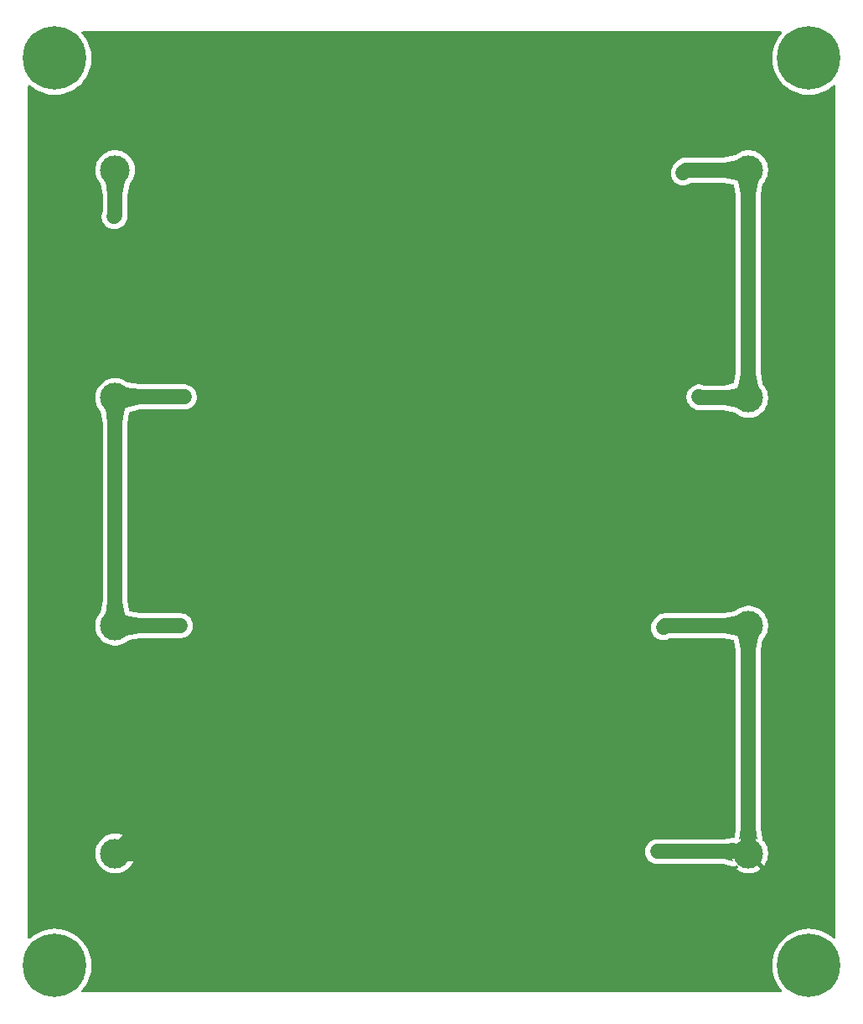
<source format=gbr>
%TF.GenerationSoftware,KiCad,Pcbnew,9.0.0-rc3*%
%TF.CreationDate,2025-06-30T09:22:31-05:00*%
%TF.ProjectId,pv_panel,70765f70-616e-4656-9c2e-6b696361645f,rev?*%
%TF.SameCoordinates,Original*%
%TF.FileFunction,Copper,L1,Top*%
%TF.FilePolarity,Positive*%
%FSLAX46Y46*%
G04 Gerber Fmt 4.6, Leading zero omitted, Abs format (unit mm)*
G04 Created by KiCad (PCBNEW 9.0.0-rc3) date 2025-06-30 09:22:31*
%MOMM*%
%LPD*%
G01*
G04 APERTURE LIST*
%TA.AperFunction,SMDPad,CuDef*%
%ADD10C,3.000000*%
%TD*%
%TA.AperFunction,ComponentPad*%
%ADD11C,0.800000*%
%TD*%
%TA.AperFunction,ComponentPad*%
%ADD12C,6.400000*%
%TD*%
%TA.AperFunction,ViaPad*%
%ADD13C,1.500000*%
%TD*%
%TA.AperFunction,Conductor*%
%ADD14C,1.500000*%
%TD*%
G04 APERTURE END LIST*
D10*
%TO.P,PV1,2,-*%
%TO.N,Net-(PV1--)*%
X178600000Y-53400000D03*
%TO.P,PV1,1,+*%
%TO.N,Net-(PV1-+)*%
X114600000Y-53400000D03*
%TD*%
%TO.P,PV4,2,-*%
%TO.N,GND*%
X178600000Y-122400000D03*
%TO.P,PV4,1,+*%
%TO.N,Net-(PV3--)*%
X114600000Y-122400000D03*
%TD*%
%TO.P,PV3,1,+*%
%TO.N,Net-(PV3-+)*%
X114600000Y-99400000D03*
%TO.P,PV3,2,-*%
%TO.N,Net-(PV3--)*%
X178600000Y-99400000D03*
%TD*%
D11*
%TO.P,H1,1*%
%TO.N,N/C*%
X106100000Y-42100000D03*
X106802944Y-40402944D03*
X106802944Y-43797056D03*
X108500000Y-39700000D03*
D12*
X108500000Y-42100000D03*
D11*
X108500000Y-44500000D03*
X110197056Y-40402944D03*
X110197056Y-43797056D03*
X110900000Y-42100000D03*
%TD*%
D10*
%TO.P,VP2,1,+*%
%TO.N,Net-(PV1--)*%
X178600000Y-76400000D03*
%TO.P,VP2,2,-*%
%TO.N,Net-(PV3-+)*%
X114600000Y-76400000D03*
%TD*%
D11*
%TO.P,H4,1*%
%TO.N,N/C*%
X182300000Y-133700000D03*
X183002944Y-132002944D03*
X183002944Y-135397056D03*
X184700000Y-131300000D03*
D12*
X184700000Y-133700000D03*
D11*
X184700000Y-136100000D03*
X186397056Y-132002944D03*
X186397056Y-135397056D03*
X187100000Y-133700000D03*
%TD*%
%TO.P,H3,1*%
%TO.N,N/C*%
X106100000Y-133700000D03*
X106802944Y-132002944D03*
X106802944Y-135397056D03*
X108500000Y-131300000D03*
D12*
X108500000Y-133700000D03*
D11*
X108500000Y-136100000D03*
X110197056Y-132002944D03*
X110197056Y-135397056D03*
X110900000Y-133700000D03*
%TD*%
%TO.P,H2,1*%
%TO.N,N/C*%
X182300000Y-42100000D03*
X183002944Y-40402944D03*
X183002944Y-43797056D03*
X184700000Y-39700000D03*
D12*
X184700000Y-42100000D03*
D11*
X184700000Y-44500000D03*
X186397056Y-40402944D03*
X186397056Y-43797056D03*
X187100000Y-42100000D03*
%TD*%
D13*
%TO.N,GND*%
X154400000Y-57300000D03*
X122100000Y-122300000D03*
%TO.N,Net-(PV1-+)*%
X114500000Y-58100000D03*
%TO.N,Net-(PV3-+)*%
X121200000Y-99400000D03*
X121600000Y-76300000D03*
%TO.N,Net-(PV3--)*%
X170000000Y-99600000D03*
X169400000Y-122200000D03*
%TO.N,Net-(PV1--)*%
X172000000Y-53700000D03*
X173600000Y-76300000D03*
%TD*%
D14*
%TO.N,Net-(PV3--)*%
X178600000Y-99400000D02*
X178600000Y-122400000D01*
%TO.N,Net-(PV3-+)*%
X114600000Y-76400000D02*
X114600000Y-99400000D01*
%TO.N,Net-(PV1--)*%
X178600000Y-53400000D02*
X178600000Y-76400000D01*
%TO.N,GND*%
X154500000Y-57400000D02*
X154400000Y-57300000D01*
X114600000Y-122400000D02*
X122000000Y-122400000D01*
X122000000Y-122400000D02*
X122100000Y-122300000D01*
X154500000Y-82500000D02*
X154500000Y-57500000D01*
X114600000Y-122400000D02*
X154500000Y-82500000D01*
X154500000Y-57500000D02*
X154500000Y-57400000D01*
%TO.N,Net-(PV1-+)*%
X114600000Y-58000000D02*
X114500000Y-58100000D01*
X114600000Y-53400000D02*
X114600000Y-58000000D01*
%TO.N,Net-(PV3-+)*%
X114600000Y-99400000D02*
X121200000Y-99400000D01*
X121600000Y-76300000D02*
X114700000Y-76300000D01*
X114700000Y-76300000D02*
X114600000Y-76400000D01*
X114700000Y-99300000D02*
X114600000Y-99400000D01*
%TO.N,Net-(PV3--)*%
X178600000Y-99400000D02*
X170200000Y-99400000D01*
X169400000Y-122200000D02*
X178400000Y-122200000D01*
X178700000Y-122300000D02*
X178600000Y-122400000D01*
X170200000Y-99400000D02*
X170000000Y-99600000D01*
X178400000Y-122200000D02*
X178600000Y-122400000D01*
%TO.N,Net-(PV1--)*%
X178600000Y-53400000D02*
X172300000Y-53400000D01*
X178500000Y-76300000D02*
X178600000Y-76400000D01*
X173700000Y-76400000D02*
X173600000Y-76300000D01*
X178600000Y-76400000D02*
X173700000Y-76400000D01*
X172300000Y-53400000D02*
X172000000Y-53700000D01*
%TD*%
%TA.AperFunction,Conductor*%
%TO.N,Net-(PV1--)*%
G36*
X177499913Y-75402925D02*
G01*
X177501092Y-75403862D01*
X177912002Y-75776004D01*
X178591424Y-76391328D01*
X178595256Y-76399421D01*
X178592242Y-76407854D01*
X178591424Y-76408672D01*
X177501096Y-77396134D01*
X177492663Y-77399148D01*
X177491162Y-77398976D01*
X176122453Y-77151737D01*
X176114921Y-77146894D01*
X176112833Y-77140223D01*
X176112833Y-75659776D01*
X176116260Y-75651503D01*
X176122452Y-75648262D01*
X177491163Y-75401023D01*
X177499913Y-75402925D01*
G37*
%TD.AperFunction*%
%TD*%
%TA.AperFunction,Conductor*%
%TO.N,Net-(PV1--)*%
G36*
X179348497Y-73916260D02*
G01*
X179351738Y-73922453D01*
X179598976Y-75291162D01*
X179597074Y-75299913D01*
X179596134Y-75301096D01*
X178608672Y-76391424D01*
X178600579Y-76395256D01*
X178592146Y-76392242D01*
X178591328Y-76391424D01*
X177603865Y-75301096D01*
X177600851Y-75292663D01*
X177601023Y-75291162D01*
X177848262Y-73922453D01*
X177853105Y-73914921D01*
X177859776Y-73912833D01*
X179340224Y-73912833D01*
X179348497Y-73916260D01*
G37*
%TD.AperFunction*%
%TD*%
%TA.AperFunction,Conductor*%
%TO.N,Net-(PV3-+)*%
G36*
X115665411Y-75357330D02*
G01*
X117077038Y-75548627D01*
X117084776Y-75553134D01*
X117087167Y-75560221D01*
X117087167Y-77040663D01*
X117083740Y-77048936D01*
X117078063Y-77052071D01*
X115754195Y-77353323D01*
X115745368Y-77351818D01*
X115744124Y-77350916D01*
X114608955Y-76408267D01*
X114604780Y-76400345D01*
X114607429Y-76391791D01*
X114608225Y-76390925D01*
X115655644Y-75360583D01*
X115663943Y-75357225D01*
X115665411Y-75357330D01*
G37*
%TD.AperFunction*%
%TD*%
%TA.AperFunction,Conductor*%
%TO.N,Net-(PV3-+)*%
G36*
X115708832Y-98401022D02*
G01*
X117077547Y-98648262D01*
X117085079Y-98653105D01*
X117087167Y-98659776D01*
X117087167Y-100140223D01*
X117083740Y-100148496D01*
X117077547Y-100151737D01*
X115708837Y-100398976D01*
X115700086Y-100397074D01*
X115698903Y-100396134D01*
X115425468Y-100148496D01*
X114608574Y-99408671D01*
X114604743Y-99400579D01*
X114607757Y-99392146D01*
X114608575Y-99391328D01*
X115698905Y-98403864D01*
X115707336Y-98400851D01*
X115708832Y-98401022D01*
G37*
%TD.AperFunction*%
%TD*%
%TA.AperFunction,Conductor*%
%TO.N,Net-(PV3-+)*%
G36*
X115348497Y-96916260D02*
G01*
X115351738Y-96922453D01*
X115598976Y-98291162D01*
X115597074Y-98299913D01*
X115596134Y-98301096D01*
X114608672Y-99391424D01*
X114600579Y-99395256D01*
X114592146Y-99392242D01*
X114591328Y-99391424D01*
X113603865Y-98301096D01*
X113600851Y-98292663D01*
X113601023Y-98291162D01*
X113848262Y-96922453D01*
X113853105Y-96914921D01*
X113859776Y-96912833D01*
X115340224Y-96912833D01*
X115348497Y-96916260D01*
G37*
%TD.AperFunction*%
%TD*%
%TA.AperFunction,Conductor*%
%TO.N,Net-(PV3-+)*%
G36*
X114607854Y-76407757D02*
G01*
X114608672Y-76408575D01*
X115596134Y-77498903D01*
X115599148Y-77507336D01*
X115598976Y-77508837D01*
X115351738Y-78877547D01*
X115346895Y-78885079D01*
X115340224Y-78887167D01*
X113859776Y-78887167D01*
X113851503Y-78883740D01*
X113848262Y-78877547D01*
X113601023Y-77508837D01*
X113602925Y-77500086D01*
X113603856Y-77498914D01*
X114591328Y-76408574D01*
X114599421Y-76404743D01*
X114607854Y-76407757D01*
G37*
%TD.AperFunction*%
%TD*%
%TA.AperFunction,Conductor*%
%TO.N,Net-(PV3--)*%
G36*
X177499913Y-98402925D02*
G01*
X177501092Y-98403862D01*
X177912002Y-98776004D01*
X178591424Y-99391328D01*
X178595256Y-99399421D01*
X178592242Y-99407854D01*
X178591424Y-99408672D01*
X177501096Y-100396134D01*
X177492663Y-100399148D01*
X177491162Y-100398976D01*
X176122453Y-100151737D01*
X176114921Y-100146894D01*
X176112833Y-100140223D01*
X176112833Y-98659776D01*
X176116260Y-98651503D01*
X176122452Y-98648262D01*
X177491163Y-98401023D01*
X177499913Y-98402925D01*
G37*
%TD.AperFunction*%
%TD*%
%TA.AperFunction,Conductor*%
%TO.N,Net-(PV3--)*%
G36*
X178607854Y-99407757D02*
G01*
X178608672Y-99408575D01*
X179596134Y-100498903D01*
X179599148Y-100507336D01*
X179598976Y-100508837D01*
X179351738Y-101877547D01*
X179346895Y-101885079D01*
X179340224Y-101887167D01*
X177859776Y-101887167D01*
X177851503Y-101883740D01*
X177848262Y-101877547D01*
X177601023Y-100508837D01*
X177602925Y-100500086D01*
X177603856Y-100498914D01*
X178591328Y-99408574D01*
X178599421Y-99404743D01*
X178607854Y-99407757D01*
G37*
%TD.AperFunction*%
%TD*%
%TA.AperFunction,Conductor*%
%TO.N,GND*%
G36*
X181933878Y-39420185D02*
G01*
X181979633Y-39472989D01*
X181989577Y-39542147D01*
X181960552Y-39605703D01*
X181955512Y-39611115D01*
X181954810Y-39611889D01*
X181724150Y-39892950D01*
X181724140Y-39892964D01*
X181522151Y-40195261D01*
X181522140Y-40195279D01*
X181350756Y-40515916D01*
X181350754Y-40515921D01*
X181211614Y-40851834D01*
X181106067Y-41199776D01*
X181106064Y-41199787D01*
X181035137Y-41556369D01*
X180999500Y-41918209D01*
X180999500Y-42281790D01*
X181035137Y-42643630D01*
X181106064Y-43000212D01*
X181106067Y-43000223D01*
X181211614Y-43348165D01*
X181350754Y-43684078D01*
X181350756Y-43684083D01*
X181522140Y-44004720D01*
X181522151Y-44004738D01*
X181724140Y-44307035D01*
X181724150Y-44307049D01*
X181954807Y-44588106D01*
X182211893Y-44845192D01*
X182211898Y-44845196D01*
X182211899Y-44845197D01*
X182492956Y-45075854D01*
X182795268Y-45277853D01*
X182795277Y-45277858D01*
X182795279Y-45277859D01*
X183115916Y-45449243D01*
X183115918Y-45449243D01*
X183115924Y-45449247D01*
X183451836Y-45588386D01*
X183799767Y-45693930D01*
X183799773Y-45693931D01*
X183799776Y-45693932D01*
X183799787Y-45693935D01*
X184156369Y-45764862D01*
X184518206Y-45800500D01*
X184518209Y-45800500D01*
X184881791Y-45800500D01*
X184881794Y-45800500D01*
X185243631Y-45764862D01*
X185313045Y-45751054D01*
X185600212Y-45693935D01*
X185600223Y-45693932D01*
X185600223Y-45693931D01*
X185600233Y-45693930D01*
X185948164Y-45588386D01*
X186284076Y-45449247D01*
X186604732Y-45277853D01*
X186907044Y-45075854D01*
X187188101Y-44845197D01*
X187188106Y-44845192D01*
X187188110Y-44845189D01*
X187190363Y-44843148D01*
X187190939Y-44843783D01*
X187249110Y-44812001D01*
X187318803Y-44816967D01*
X187374747Y-44858823D01*
X187399182Y-44924281D01*
X187399500Y-44933160D01*
X187399500Y-130866839D01*
X187379815Y-130933878D01*
X187327011Y-130979633D01*
X187257853Y-130989577D01*
X187194297Y-130960552D01*
X187188884Y-130955512D01*
X187188110Y-130954810D01*
X186907049Y-130724150D01*
X186907048Y-130724149D01*
X186907044Y-130724146D01*
X186604732Y-130522147D01*
X186604727Y-130522144D01*
X186604720Y-130522140D01*
X186284083Y-130350756D01*
X186284078Y-130350754D01*
X185948165Y-130211614D01*
X185600223Y-130106067D01*
X185600212Y-130106064D01*
X185243630Y-130035137D01*
X184971111Y-130008296D01*
X184881794Y-129999500D01*
X184518206Y-129999500D01*
X184435679Y-130007628D01*
X184156369Y-130035137D01*
X183799787Y-130106064D01*
X183799776Y-130106067D01*
X183451834Y-130211614D01*
X183115921Y-130350754D01*
X183115916Y-130350756D01*
X182795279Y-130522140D01*
X182795261Y-130522151D01*
X182492964Y-130724140D01*
X182492950Y-130724150D01*
X182211893Y-130954807D01*
X181954807Y-131211893D01*
X181724150Y-131492950D01*
X181724140Y-131492964D01*
X181522151Y-131795261D01*
X181522140Y-131795279D01*
X181350756Y-132115916D01*
X181350754Y-132115921D01*
X181211614Y-132451834D01*
X181106067Y-132799776D01*
X181106064Y-132799787D01*
X181035137Y-133156369D01*
X180999500Y-133518209D01*
X180999500Y-133881790D01*
X181035137Y-134243630D01*
X181106064Y-134600212D01*
X181106067Y-134600223D01*
X181211614Y-134948165D01*
X181350754Y-135284078D01*
X181350756Y-135284083D01*
X181522140Y-135604720D01*
X181522151Y-135604738D01*
X181724140Y-135907035D01*
X181724150Y-135907049D01*
X181954810Y-136188110D01*
X181956852Y-136190363D01*
X181956221Y-136190934D01*
X181988005Y-136249142D01*
X181983021Y-136318834D01*
X181941149Y-136374767D01*
X181875685Y-136399184D01*
X181866839Y-136399500D01*
X111333161Y-136399500D01*
X111266122Y-136379815D01*
X111220367Y-136327011D01*
X111210423Y-136257853D01*
X111239448Y-136194297D01*
X111244487Y-136188884D01*
X111245189Y-136188110D01*
X111245193Y-136188104D01*
X111245197Y-136188101D01*
X111475854Y-135907044D01*
X111677853Y-135604732D01*
X111849247Y-135284076D01*
X111988386Y-134948164D01*
X112093930Y-134600233D01*
X112093932Y-134600223D01*
X112093935Y-134600212D01*
X112164862Y-134243630D01*
X112200500Y-133881790D01*
X112200500Y-133518209D01*
X112164862Y-133156369D01*
X112093935Y-132799787D01*
X112093932Y-132799776D01*
X112093931Y-132799773D01*
X112093930Y-132799767D01*
X111988386Y-132451836D01*
X111849247Y-132115924D01*
X111677853Y-131795268D01*
X111475854Y-131492956D01*
X111245197Y-131211899D01*
X111245196Y-131211898D01*
X111245192Y-131211893D01*
X110988106Y-130954807D01*
X110707049Y-130724150D01*
X110707048Y-130724149D01*
X110707044Y-130724146D01*
X110404732Y-130522147D01*
X110404727Y-130522144D01*
X110404720Y-130522140D01*
X110084083Y-130350756D01*
X110084078Y-130350754D01*
X109748165Y-130211614D01*
X109400223Y-130106067D01*
X109400212Y-130106064D01*
X109043630Y-130035137D01*
X108771111Y-130008296D01*
X108681794Y-129999500D01*
X108318206Y-129999500D01*
X108235679Y-130007628D01*
X107956369Y-130035137D01*
X107599787Y-130106064D01*
X107599776Y-130106067D01*
X107251834Y-130211614D01*
X106915921Y-130350754D01*
X106915916Y-130350756D01*
X106595279Y-130522140D01*
X106595261Y-130522151D01*
X106292964Y-130724140D01*
X106292950Y-130724150D01*
X106011889Y-130954810D01*
X106009637Y-130956852D01*
X106009065Y-130956221D01*
X105950858Y-130988005D01*
X105881166Y-130983021D01*
X105825233Y-130941149D01*
X105800816Y-130875685D01*
X105800500Y-130866839D01*
X105800500Y-122268872D01*
X112599500Y-122268872D01*
X112599500Y-122531127D01*
X112619104Y-122680025D01*
X112633730Y-122791116D01*
X112693625Y-123014647D01*
X112701602Y-123044418D01*
X112701605Y-123044428D01*
X112801953Y-123286690D01*
X112801958Y-123286700D01*
X112933075Y-123513803D01*
X113092718Y-123721851D01*
X113092726Y-123721860D01*
X113278140Y-123907274D01*
X113278148Y-123907281D01*
X113486196Y-124066924D01*
X113713299Y-124198041D01*
X113713309Y-124198046D01*
X113955571Y-124298394D01*
X113955581Y-124298398D01*
X114208884Y-124366270D01*
X114457188Y-124398960D01*
X114465074Y-124399999D01*
X114468880Y-124400500D01*
X114468887Y-124400500D01*
X114731113Y-124400500D01*
X114731120Y-124400500D01*
X114991116Y-124366270D01*
X115244419Y-124298398D01*
X115486697Y-124198043D01*
X115713803Y-124066924D01*
X115921851Y-123907282D01*
X115921855Y-123907277D01*
X115921860Y-123907274D01*
X116107274Y-123721860D01*
X116107277Y-123721855D01*
X116107282Y-123721851D01*
X116266924Y-123513803D01*
X116398043Y-123286697D01*
X116498398Y-123044419D01*
X116566270Y-122791116D01*
X116600500Y-122531120D01*
X116600500Y-122268880D01*
X116578474Y-122101577D01*
X168149500Y-122101577D01*
X168149500Y-122298422D01*
X168180290Y-122492826D01*
X168241117Y-122680029D01*
X168297670Y-122791020D01*
X168330476Y-122855405D01*
X168446172Y-123014646D01*
X168585354Y-123153828D01*
X168744595Y-123269524D01*
X168827455Y-123311743D01*
X168919970Y-123358882D01*
X168919972Y-123358882D01*
X168919975Y-123358884D01*
X168955073Y-123370288D01*
X169107173Y-123419709D01*
X169301578Y-123450500D01*
X169301583Y-123450500D01*
X169498417Y-123450500D01*
X176010495Y-123450500D01*
X176043521Y-123454978D01*
X176951347Y-123705837D01*
X177008051Y-123718053D01*
X177151921Y-123719778D01*
X177160799Y-123718610D01*
X177227572Y-123702412D01*
X177265898Y-123693115D01*
X177265899Y-123693114D01*
X177265905Y-123693113D01*
X177375685Y-123634842D01*
X177444125Y-123620799D01*
X177509296Y-123645988D01*
X177550504Y-123702412D01*
X177554664Y-123772158D01*
X177521499Y-123832051D01*
X177373633Y-123979917D01*
X177373633Y-123979918D01*
X177486475Y-124066505D01*
X177486483Y-124066511D01*
X177713517Y-124197590D01*
X177713528Y-124197595D01*
X177955744Y-124297924D01*
X178208979Y-124365777D01*
X178208990Y-124365779D01*
X178468905Y-124399999D01*
X178468920Y-124400000D01*
X178731080Y-124400000D01*
X178731094Y-124399999D01*
X178991009Y-124365779D01*
X178991020Y-124365777D01*
X179244255Y-124297924D01*
X179486471Y-124197595D01*
X179486482Y-124197590D01*
X179713516Y-124066511D01*
X179713534Y-124066499D01*
X179826365Y-123979919D01*
X179826365Y-123979917D01*
X179393146Y-123546699D01*
X179359661Y-123485376D01*
X179364645Y-123415685D01*
X179394207Y-123370288D01*
X179400652Y-123363996D01*
X179414646Y-123353829D01*
X179553829Y-123214646D01*
X179553831Y-123214642D01*
X179573332Y-123195140D01*
X179634655Y-123161656D01*
X179704347Y-123166640D01*
X179748694Y-123195141D01*
X180179917Y-123626365D01*
X180179919Y-123626365D01*
X180266499Y-123513534D01*
X180266511Y-123513516D01*
X180397590Y-123286482D01*
X180397595Y-123286471D01*
X180497924Y-123044255D01*
X180565777Y-122791020D01*
X180565779Y-122791009D01*
X180599999Y-122531094D01*
X180600000Y-122531080D01*
X180600000Y-122268919D01*
X180599999Y-122268905D01*
X180565779Y-122008990D01*
X180565777Y-122008979D01*
X180497924Y-121755744D01*
X180397595Y-121513528D01*
X180397590Y-121513517D01*
X180266511Y-121286483D01*
X180266505Y-121286475D01*
X180179918Y-121173633D01*
X180152374Y-121171828D01*
X180086765Y-121147800D01*
X180044562Y-121092117D01*
X180038077Y-121028283D01*
X180041048Y-121009930D01*
X180035882Y-120866142D01*
X179852475Y-119850795D01*
X179850500Y-119828755D01*
X179850500Y-101971243D01*
X179852475Y-101949201D01*
X179970033Y-101298397D01*
X180059980Y-100800445D01*
X180091268Y-100737974D01*
X180094282Y-100734849D01*
X180107282Y-100721851D01*
X180266924Y-100513803D01*
X180398043Y-100286697D01*
X180498398Y-100044419D01*
X180566270Y-99791116D01*
X180600500Y-99531120D01*
X180600500Y-99268880D01*
X180566270Y-99008884D01*
X180498398Y-98755581D01*
X180498394Y-98755571D01*
X180398046Y-98513309D01*
X180398041Y-98513299D01*
X180266924Y-98286196D01*
X180107281Y-98078148D01*
X180107274Y-98078140D01*
X179921860Y-97892726D01*
X179921851Y-97892718D01*
X179713803Y-97733075D01*
X179486700Y-97601958D01*
X179486690Y-97601953D01*
X179244428Y-97501605D01*
X179244421Y-97501603D01*
X179244419Y-97501602D01*
X178991116Y-97433730D01*
X178933339Y-97426123D01*
X178731127Y-97399500D01*
X178731120Y-97399500D01*
X178468880Y-97399500D01*
X178468872Y-97399500D01*
X178237772Y-97429926D01*
X178208884Y-97433730D01*
X177955581Y-97501602D01*
X177955571Y-97501605D01*
X177713309Y-97601953D01*
X177713299Y-97601958D01*
X177486201Y-97733072D01*
X177278147Y-97892719D01*
X177278146Y-97892719D01*
X177265190Y-97905676D01*
X177203866Y-97939159D01*
X177199554Y-97940017D01*
X176050798Y-98147525D01*
X176028756Y-98149500D01*
X170101583Y-98149500D01*
X170082641Y-98152499D01*
X170082642Y-98152500D01*
X169907172Y-98180291D01*
X169719969Y-98241117D01*
X169544594Y-98330476D01*
X169453742Y-98396484D01*
X169385355Y-98446171D01*
X169385353Y-98446173D01*
X169385352Y-98446173D01*
X169046174Y-98785351D01*
X169046174Y-98785352D01*
X169046172Y-98785354D01*
X168996485Y-98853741D01*
X168930476Y-98944594D01*
X168841117Y-99119969D01*
X168780290Y-99307173D01*
X168749500Y-99501577D01*
X168749500Y-99698422D01*
X168780290Y-99892826D01*
X168841117Y-100080030D01*
X168909708Y-100214646D01*
X168930476Y-100255405D01*
X169046172Y-100414646D01*
X169185354Y-100553828D01*
X169344595Y-100669524D01*
X169427454Y-100711742D01*
X169519969Y-100758882D01*
X169519971Y-100758882D01*
X169519974Y-100758884D01*
X169620318Y-100791487D01*
X169707173Y-100819709D01*
X169901578Y-100850500D01*
X169901583Y-100850500D01*
X170098422Y-100850500D01*
X170292826Y-100819709D01*
X170352108Y-100800447D01*
X170480026Y-100758884D01*
X170655405Y-100669524D01*
X170655411Y-100669519D01*
X170656629Y-100668774D01*
X170657183Y-100668617D01*
X170659746Y-100667312D01*
X170660005Y-100667821D01*
X170721421Y-100650500D01*
X176028761Y-100650500D01*
X176050802Y-100652474D01*
X177064442Y-100835575D01*
X177126913Y-100866862D01*
X177162553Y-100926958D01*
X177164423Y-100935557D01*
X177347525Y-101949202D01*
X177349500Y-101971244D01*
X177349500Y-119828753D01*
X177347525Y-119850795D01*
X177184638Y-120752528D01*
X177153350Y-120815001D01*
X177093254Y-120850641D01*
X177073983Y-120853964D01*
X176078222Y-120945651D01*
X176054509Y-120948571D01*
X176039359Y-120949500D01*
X169301578Y-120949500D01*
X169107173Y-120980290D01*
X168919970Y-121041117D01*
X168744594Y-121130476D01*
X168653741Y-121196485D01*
X168585354Y-121246172D01*
X168585352Y-121246174D01*
X168585351Y-121246174D01*
X168446174Y-121385351D01*
X168446174Y-121385352D01*
X168446172Y-121385354D01*
X168396485Y-121453741D01*
X168330476Y-121544594D01*
X168241117Y-121719970D01*
X168180290Y-121907173D01*
X168149500Y-122101577D01*
X116578474Y-122101577D01*
X116566270Y-122008884D01*
X116498398Y-121755581D01*
X116498394Y-121755571D01*
X116398046Y-121513309D01*
X116398041Y-121513299D01*
X116266924Y-121286196D01*
X116107281Y-121078148D01*
X116107274Y-121078140D01*
X115921860Y-120892726D01*
X115921851Y-120892718D01*
X115713803Y-120733075D01*
X115486700Y-120601958D01*
X115486690Y-120601953D01*
X115244428Y-120501605D01*
X115244421Y-120501603D01*
X115244419Y-120501602D01*
X114991116Y-120433730D01*
X114933339Y-120426123D01*
X114731127Y-120399500D01*
X114731120Y-120399500D01*
X114468880Y-120399500D01*
X114468872Y-120399500D01*
X114237772Y-120429926D01*
X114208884Y-120433730D01*
X113955581Y-120501602D01*
X113955571Y-120501605D01*
X113713309Y-120601953D01*
X113713299Y-120601958D01*
X113486196Y-120733075D01*
X113278148Y-120892718D01*
X113092718Y-121078148D01*
X112933075Y-121286196D01*
X112801958Y-121513299D01*
X112801953Y-121513309D01*
X112701605Y-121755571D01*
X112701602Y-121755581D01*
X112633730Y-122008884D01*
X112633716Y-122008990D01*
X112599500Y-122268872D01*
X105800500Y-122268872D01*
X105800500Y-76268872D01*
X112599500Y-76268872D01*
X112599500Y-76531127D01*
X112626123Y-76733339D01*
X112633730Y-76791116D01*
X112677751Y-76955405D01*
X112701602Y-77044418D01*
X112701605Y-77044428D01*
X112801953Y-77286690D01*
X112801958Y-77286700D01*
X112933075Y-77513803D01*
X113092718Y-77721851D01*
X113092726Y-77721860D01*
X113105673Y-77734807D01*
X113139158Y-77796130D01*
X113140017Y-77800446D01*
X113347525Y-78949202D01*
X113349500Y-78971244D01*
X113349500Y-96828754D01*
X113347525Y-96850796D01*
X113140017Y-97999554D01*
X113108729Y-98062027D01*
X113105676Y-98065190D01*
X113092719Y-98078146D01*
X113092719Y-98078147D01*
X112933072Y-98286201D01*
X112801958Y-98513299D01*
X112801953Y-98513309D01*
X112701605Y-98755571D01*
X112701602Y-98755581D01*
X112650957Y-98944594D01*
X112633730Y-99008885D01*
X112599500Y-99268872D01*
X112599500Y-99531127D01*
X112621526Y-99698422D01*
X112633730Y-99791116D01*
X112657553Y-99880025D01*
X112701602Y-100044418D01*
X112701605Y-100044428D01*
X112801953Y-100286690D01*
X112801958Y-100286700D01*
X112933075Y-100513803D01*
X113092718Y-100721851D01*
X113092726Y-100721860D01*
X113278140Y-100907274D01*
X113278148Y-100907281D01*
X113278149Y-100907282D01*
X113326554Y-100944424D01*
X113486196Y-101066924D01*
X113713299Y-101198041D01*
X113713309Y-101198046D01*
X113955571Y-101298394D01*
X113955581Y-101298398D01*
X114208884Y-101366270D01*
X114468880Y-101400500D01*
X114468887Y-101400500D01*
X114731113Y-101400500D01*
X114731120Y-101400500D01*
X114991116Y-101366270D01*
X115244419Y-101298398D01*
X115486697Y-101198043D01*
X115713803Y-101066924D01*
X115921851Y-100907282D01*
X115934805Y-100894326D01*
X115996123Y-100860840D01*
X116000413Y-100859986D01*
X117149197Y-100652474D01*
X117171239Y-100650500D01*
X121298422Y-100650500D01*
X121492826Y-100619709D01*
X121680025Y-100558884D01*
X121855405Y-100469524D01*
X122014646Y-100353828D01*
X122153828Y-100214646D01*
X122269524Y-100055405D01*
X122358884Y-99880025D01*
X122419709Y-99692826D01*
X122450500Y-99498422D01*
X122450500Y-99301577D01*
X122419709Y-99107173D01*
X122387772Y-99008884D01*
X122358884Y-98919975D01*
X122358882Y-98919972D01*
X122358882Y-98919970D01*
X122311743Y-98827455D01*
X122269524Y-98744595D01*
X122153828Y-98585354D01*
X122014646Y-98446172D01*
X121855405Y-98330476D01*
X121680029Y-98241117D01*
X121492826Y-98180290D01*
X121298422Y-98149500D01*
X121298417Y-98149500D01*
X117171244Y-98149500D01*
X117149202Y-98147525D01*
X116135557Y-97964423D01*
X116073084Y-97933135D01*
X116037444Y-97873039D01*
X116035578Y-97864459D01*
X115852475Y-96850796D01*
X115850500Y-96828755D01*
X115850500Y-78971243D01*
X115852475Y-78949201D01*
X116045084Y-77882908D01*
X116076371Y-77820439D01*
X116136467Y-77784799D01*
X116139535Y-77784059D01*
X117152343Y-77553590D01*
X117179856Y-77550500D01*
X121698422Y-77550500D01*
X121892826Y-77519709D01*
X122080025Y-77458884D01*
X122255405Y-77369524D01*
X122414646Y-77253828D01*
X122553828Y-77114646D01*
X122669524Y-76955405D01*
X122758884Y-76780025D01*
X122819709Y-76592826D01*
X122829482Y-76531120D01*
X122850500Y-76398422D01*
X122850500Y-76201577D01*
X122819709Y-76007173D01*
X122758882Y-75819970D01*
X122669523Y-75644594D01*
X122553828Y-75485354D01*
X122414646Y-75346172D01*
X122255405Y-75230476D01*
X122080029Y-75141117D01*
X121892826Y-75080290D01*
X121698422Y-75049500D01*
X121698417Y-75049500D01*
X117166324Y-75049500D01*
X117149384Y-75047745D01*
X117149309Y-75048301D01*
X117144921Y-75047706D01*
X117144920Y-75047706D01*
X115937500Y-74884081D01*
X115878667Y-74859581D01*
X115713803Y-74733076D01*
X115713798Y-74733072D01*
X115486700Y-74601958D01*
X115486690Y-74601953D01*
X115244428Y-74501605D01*
X115244421Y-74501603D01*
X115244419Y-74501602D01*
X114991116Y-74433730D01*
X114933339Y-74426123D01*
X114731127Y-74399500D01*
X114731120Y-74399500D01*
X114468880Y-74399500D01*
X114468872Y-74399500D01*
X114237772Y-74429926D01*
X114208884Y-74433730D01*
X113955581Y-74501602D01*
X113955571Y-74501605D01*
X113713309Y-74601953D01*
X113713299Y-74601958D01*
X113486196Y-74733075D01*
X113278148Y-74892718D01*
X113092718Y-75078148D01*
X112933075Y-75286196D01*
X112801958Y-75513299D01*
X112801953Y-75513309D01*
X112701605Y-75755571D01*
X112701602Y-75755581D01*
X112634189Y-76007173D01*
X112633730Y-76008885D01*
X112599500Y-76268872D01*
X105800500Y-76268872D01*
X105800500Y-53268872D01*
X112599500Y-53268872D01*
X112599500Y-53531127D01*
X112626123Y-53733339D01*
X112633730Y-53791116D01*
X112635688Y-53798422D01*
X112701602Y-54044418D01*
X112701605Y-54044428D01*
X112801953Y-54286690D01*
X112801958Y-54286700D01*
X112933075Y-54513803D01*
X113092718Y-54721851D01*
X113092726Y-54721860D01*
X113105673Y-54734807D01*
X113139158Y-54796130D01*
X113140017Y-54800446D01*
X113347525Y-55949202D01*
X113349500Y-55971244D01*
X113349500Y-57575067D01*
X113341559Y-57614996D01*
X113342621Y-57615341D01*
X113280291Y-57807169D01*
X113280291Y-57807172D01*
X113249500Y-58001577D01*
X113249500Y-58198422D01*
X113280290Y-58392826D01*
X113341117Y-58580030D01*
X113430476Y-58755405D01*
X113546172Y-58914646D01*
X113685354Y-59053828D01*
X113844595Y-59169524D01*
X113927454Y-59211742D01*
X114019969Y-59258882D01*
X114019971Y-59258882D01*
X114019974Y-59258884D01*
X114120318Y-59291487D01*
X114207173Y-59319709D01*
X114401578Y-59350500D01*
X114401583Y-59350500D01*
X114598422Y-59350500D01*
X114792826Y-59319709D01*
X114980026Y-59258884D01*
X115155405Y-59169524D01*
X115314646Y-59053828D01*
X115553828Y-58814646D01*
X115669524Y-58655406D01*
X115756678Y-58484352D01*
X115758582Y-58480953D01*
X115819709Y-58292826D01*
X115850500Y-58098422D01*
X115850500Y-55971243D01*
X115852475Y-55949201D01*
X116059980Y-54800445D01*
X116091268Y-54737974D01*
X116094282Y-54734849D01*
X116107282Y-54721851D01*
X116266924Y-54513803D01*
X116398043Y-54286697D01*
X116498398Y-54044419D01*
X116566270Y-53791116D01*
X116591224Y-53601577D01*
X170749500Y-53601577D01*
X170749500Y-53798422D01*
X170780290Y-53992826D01*
X170841117Y-54180030D01*
X170895469Y-54286700D01*
X170930476Y-54355405D01*
X171046172Y-54514646D01*
X171185354Y-54653828D01*
X171344595Y-54769524D01*
X171405285Y-54800447D01*
X171519976Y-54858885D01*
X171650705Y-54901361D01*
X171678939Y-54910535D01*
X171707173Y-54919709D01*
X171901578Y-54950500D01*
X171901583Y-54950500D01*
X172098422Y-54950500D01*
X172292826Y-54919709D01*
X172349295Y-54901361D01*
X172480026Y-54858884D01*
X172655405Y-54769524D01*
X172786631Y-54674181D01*
X172852438Y-54650702D01*
X172859517Y-54650500D01*
X176028761Y-54650500D01*
X176050802Y-54652474D01*
X177064442Y-54835575D01*
X177126913Y-54866862D01*
X177162553Y-54926958D01*
X177164423Y-54935557D01*
X177347525Y-55949202D01*
X177349500Y-55971244D01*
X177349500Y-73828754D01*
X177347525Y-73850796D01*
X177164423Y-74864440D01*
X177133135Y-74926913D01*
X177073039Y-74962553D01*
X177064440Y-74964423D01*
X176423002Y-75080291D01*
X176086278Y-75141116D01*
X176050798Y-75147525D01*
X176028756Y-75149500D01*
X174124932Y-75149500D01*
X174085004Y-75141556D01*
X174084659Y-75142621D01*
X173892828Y-75080291D01*
X173698422Y-75049500D01*
X173698417Y-75049500D01*
X173501583Y-75049500D01*
X173501578Y-75049500D01*
X173307173Y-75080290D01*
X173119969Y-75141117D01*
X172944594Y-75230476D01*
X172867903Y-75286196D01*
X172785354Y-75346172D01*
X172785352Y-75346174D01*
X172785351Y-75346174D01*
X172646174Y-75485351D01*
X172646174Y-75485352D01*
X172646172Y-75485354D01*
X172596485Y-75553741D01*
X172530476Y-75644594D01*
X172441117Y-75819969D01*
X172380290Y-76007173D01*
X172349500Y-76201577D01*
X172349500Y-76398422D01*
X172380290Y-76592826D01*
X172441117Y-76780030D01*
X172530476Y-76955405D01*
X172646172Y-77114646D01*
X172885354Y-77353828D01*
X173044594Y-77469524D01*
X173093772Y-77494581D01*
X173219975Y-77558884D01*
X173342497Y-77598694D01*
X173407173Y-77619709D01*
X173462718Y-77628506D01*
X173601578Y-77650500D01*
X173601583Y-77650500D01*
X176028761Y-77650500D01*
X176050802Y-77652474D01*
X177199552Y-77859980D01*
X177262024Y-77891268D01*
X177265190Y-77894324D01*
X177278140Y-77907274D01*
X177278148Y-77907281D01*
X177486196Y-78066924D01*
X177713299Y-78198041D01*
X177713309Y-78198046D01*
X177955571Y-78298394D01*
X177955581Y-78298398D01*
X178208884Y-78366270D01*
X178468880Y-78400500D01*
X178468887Y-78400500D01*
X178731113Y-78400500D01*
X178731120Y-78400500D01*
X178991116Y-78366270D01*
X179244419Y-78298398D01*
X179486697Y-78198043D01*
X179713803Y-78066924D01*
X179921851Y-77907282D01*
X179921855Y-77907277D01*
X179921860Y-77907274D01*
X180107274Y-77721860D01*
X180107277Y-77721855D01*
X180107282Y-77721851D01*
X180266924Y-77513803D01*
X180398043Y-77286697D01*
X180498398Y-77044419D01*
X180566270Y-76791116D01*
X180600500Y-76531120D01*
X180600500Y-76268880D01*
X180566270Y-76008884D01*
X180498398Y-75755581D01*
X180452426Y-75644594D01*
X180398046Y-75513309D01*
X180398041Y-75513299D01*
X180266924Y-75286196D01*
X180144424Y-75126554D01*
X180107282Y-75078149D01*
X180107281Y-75078148D01*
X180107274Y-75078140D01*
X180094324Y-75065190D01*
X180060839Y-75003867D01*
X180059980Y-74999551D01*
X180050871Y-74949126D01*
X179852475Y-73850796D01*
X179850500Y-73828755D01*
X179850500Y-55971243D01*
X179852475Y-55949201D01*
X180059980Y-54800445D01*
X180091268Y-54737974D01*
X180094282Y-54734849D01*
X180107282Y-54721851D01*
X180266924Y-54513803D01*
X180398043Y-54286697D01*
X180498398Y-54044419D01*
X180566270Y-53791116D01*
X180600500Y-53531120D01*
X180600500Y-53268880D01*
X180566270Y-53008884D01*
X180498398Y-52755581D01*
X180498394Y-52755571D01*
X180398046Y-52513309D01*
X180398041Y-52513299D01*
X180266924Y-52286196D01*
X180107281Y-52078148D01*
X180107274Y-52078140D01*
X179921860Y-51892726D01*
X179921851Y-51892718D01*
X179713803Y-51733075D01*
X179486700Y-51601958D01*
X179486690Y-51601953D01*
X179244428Y-51501605D01*
X179244421Y-51501603D01*
X179244419Y-51501602D01*
X178991116Y-51433730D01*
X178933339Y-51426123D01*
X178731127Y-51399500D01*
X178731120Y-51399500D01*
X178468880Y-51399500D01*
X178468872Y-51399500D01*
X178237772Y-51429926D01*
X178208884Y-51433730D01*
X177955581Y-51501602D01*
X177955571Y-51501605D01*
X177713309Y-51601953D01*
X177713299Y-51601958D01*
X177486201Y-51733072D01*
X177278147Y-51892719D01*
X177278146Y-51892719D01*
X177265190Y-51905676D01*
X177203866Y-51939159D01*
X177199554Y-51940017D01*
X176050798Y-52147525D01*
X176028756Y-52149500D01*
X172201578Y-52149500D01*
X172007173Y-52180290D01*
X171819969Y-52241117D01*
X171644594Y-52330476D01*
X171553741Y-52396485D01*
X171485354Y-52446172D01*
X171485352Y-52446174D01*
X171485351Y-52446174D01*
X171046174Y-52885351D01*
X171046174Y-52885352D01*
X171046172Y-52885354D01*
X170996485Y-52953741D01*
X170930476Y-53044594D01*
X170841117Y-53219969D01*
X170780290Y-53407173D01*
X170749500Y-53601577D01*
X116591224Y-53601577D01*
X116600500Y-53531120D01*
X116600500Y-53268880D01*
X116566270Y-53008884D01*
X116498398Y-52755581D01*
X116498394Y-52755571D01*
X116398046Y-52513309D01*
X116398041Y-52513299D01*
X116266924Y-52286196D01*
X116107281Y-52078148D01*
X116107274Y-52078140D01*
X115921860Y-51892726D01*
X115921851Y-51892718D01*
X115713803Y-51733075D01*
X115486700Y-51601958D01*
X115486690Y-51601953D01*
X115244428Y-51501605D01*
X115244421Y-51501603D01*
X115244419Y-51501602D01*
X114991116Y-51433730D01*
X114933339Y-51426123D01*
X114731127Y-51399500D01*
X114731120Y-51399500D01*
X114468880Y-51399500D01*
X114468872Y-51399500D01*
X114237772Y-51429926D01*
X114208884Y-51433730D01*
X113955581Y-51501602D01*
X113955571Y-51501605D01*
X113713309Y-51601953D01*
X113713299Y-51601958D01*
X113486196Y-51733075D01*
X113278148Y-51892718D01*
X113092718Y-52078148D01*
X112933075Y-52286196D01*
X112801958Y-52513299D01*
X112801953Y-52513309D01*
X112701605Y-52755571D01*
X112701602Y-52755581D01*
X112666831Y-52885351D01*
X112633730Y-53008885D01*
X112599500Y-53268872D01*
X105800500Y-53268872D01*
X105800500Y-44933160D01*
X105820185Y-44866121D01*
X105872989Y-44820366D01*
X105942147Y-44810422D01*
X106005703Y-44839447D01*
X106011133Y-44844504D01*
X106011889Y-44845189D01*
X106011899Y-44845197D01*
X106292956Y-45075854D01*
X106595268Y-45277853D01*
X106595277Y-45277858D01*
X106595279Y-45277859D01*
X106915916Y-45449243D01*
X106915918Y-45449243D01*
X106915924Y-45449247D01*
X107251836Y-45588386D01*
X107599767Y-45693930D01*
X107599773Y-45693931D01*
X107599776Y-45693932D01*
X107599787Y-45693935D01*
X107956369Y-45764862D01*
X108318206Y-45800500D01*
X108318209Y-45800500D01*
X108681791Y-45800500D01*
X108681794Y-45800500D01*
X109043631Y-45764862D01*
X109113045Y-45751054D01*
X109400212Y-45693935D01*
X109400223Y-45693932D01*
X109400223Y-45693931D01*
X109400233Y-45693930D01*
X109748164Y-45588386D01*
X110084076Y-45449247D01*
X110404732Y-45277853D01*
X110707044Y-45075854D01*
X110988101Y-44845197D01*
X111245197Y-44588101D01*
X111475854Y-44307044D01*
X111677853Y-44004732D01*
X111849247Y-43684076D01*
X111988386Y-43348164D01*
X112093930Y-43000233D01*
X112093932Y-43000223D01*
X112093935Y-43000212D01*
X112164862Y-42643630D01*
X112200500Y-42281790D01*
X112200500Y-41918209D01*
X112164862Y-41556369D01*
X112093935Y-41199787D01*
X112093932Y-41199776D01*
X112093931Y-41199773D01*
X112093930Y-41199767D01*
X111988386Y-40851836D01*
X111849247Y-40515924D01*
X111677853Y-40195268D01*
X111475854Y-39892956D01*
X111245197Y-39611899D01*
X111245189Y-39611889D01*
X111243148Y-39609637D01*
X111243778Y-39609065D01*
X111211995Y-39550858D01*
X111216979Y-39481166D01*
X111258851Y-39425233D01*
X111324315Y-39400816D01*
X111333161Y-39400500D01*
X181866839Y-39400500D01*
X181933878Y-39420185D01*
G37*
%TD.AperFunction*%
%TD*%
%TA.AperFunction,Conductor*%
%TO.N,Net-(PV3--)*%
G36*
X179348497Y-119916260D02*
G01*
X179351738Y-119922453D01*
X179538433Y-120955999D01*
X179536531Y-120964750D01*
X179528999Y-120969593D01*
X179521069Y-120968211D01*
X179353726Y-120871595D01*
X179353721Y-120871592D01*
X179147790Y-120786293D01*
X179147779Y-120786289D01*
X178932461Y-120728595D01*
X178711457Y-120699500D01*
X178488543Y-120699500D01*
X178267538Y-120728595D01*
X178052220Y-120786289D01*
X178052209Y-120786293D01*
X177846282Y-120871591D01*
X177846277Y-120871593D01*
X177846274Y-120871595D01*
X177730391Y-120938500D01*
X177678929Y-120968212D01*
X177670051Y-120969380D01*
X177662946Y-120963929D01*
X177661565Y-120956002D01*
X177848262Y-119922452D01*
X177853105Y-119914921D01*
X177859776Y-119912833D01*
X179340224Y-119912833D01*
X179348497Y-119916260D01*
G37*
%TD.AperFunction*%
%TD*%
%TA.AperFunction,Conductor*%
%TO.N,Net-(PV3--)*%
G36*
X177248902Y-121348939D02*
G01*
X177253073Y-121356863D01*
X177250704Y-121365058D01*
X177183058Y-121453217D01*
X177183044Y-121453237D01*
X177071595Y-121646273D01*
X177071592Y-121646278D01*
X176986293Y-121852209D01*
X176986289Y-121852220D01*
X176928595Y-122067538D01*
X176899500Y-122288543D01*
X176899500Y-122511456D01*
X176928595Y-122732461D01*
X176986289Y-122947779D01*
X176986293Y-122947790D01*
X176988191Y-122952371D01*
X177071595Y-123153726D01*
X177093269Y-123191267D01*
X177099146Y-123201446D01*
X177100314Y-123210324D01*
X177094863Y-123217429D01*
X177085985Y-123218597D01*
X177085897Y-123218573D01*
X176122545Y-122952371D01*
X176115483Y-122946865D01*
X176113961Y-122941094D01*
X176113961Y-121460672D01*
X176117388Y-121452399D01*
X176124586Y-121449021D01*
X177240349Y-121346285D01*
X177248902Y-121348939D01*
G37*
%TD.AperFunction*%
%TD*%
%TA.AperFunction,Conductor*%
%TO.N,Net-(PV1--)*%
G36*
X177499913Y-52402925D02*
G01*
X177501092Y-52403862D01*
X177912002Y-52776004D01*
X178591424Y-53391328D01*
X178595256Y-53399421D01*
X178592242Y-53407854D01*
X178591424Y-53408672D01*
X177501096Y-54396134D01*
X177492663Y-54399148D01*
X177491162Y-54398976D01*
X176122453Y-54151737D01*
X176114921Y-54146894D01*
X176112833Y-54140223D01*
X176112833Y-52659776D01*
X176116260Y-52651503D01*
X176122452Y-52648262D01*
X177491163Y-52401023D01*
X177499913Y-52402925D01*
G37*
%TD.AperFunction*%
%TD*%
%TA.AperFunction,Conductor*%
%TO.N,Net-(PV1-+)*%
G36*
X114607854Y-53407757D02*
G01*
X114608672Y-53408575D01*
X115596134Y-54498903D01*
X115599148Y-54507336D01*
X115598976Y-54508837D01*
X115351738Y-55877547D01*
X115346895Y-55885079D01*
X115340224Y-55887167D01*
X113859776Y-55887167D01*
X113851503Y-55883740D01*
X113848262Y-55877547D01*
X113601023Y-54508837D01*
X113602925Y-54500086D01*
X113603856Y-54498914D01*
X114591328Y-53408574D01*
X114599421Y-53404743D01*
X114607854Y-53407757D01*
G37*
%TD.AperFunction*%
%TD*%
%TA.AperFunction,Conductor*%
%TO.N,Net-(PV1--)*%
G36*
X178607854Y-53407757D02*
G01*
X178608672Y-53408575D01*
X179596134Y-54498903D01*
X179599148Y-54507336D01*
X179598976Y-54508837D01*
X179351738Y-55877547D01*
X179346895Y-55885079D01*
X179340224Y-55887167D01*
X177859776Y-55887167D01*
X177851503Y-55883740D01*
X177848262Y-55877547D01*
X177601023Y-54508837D01*
X177602925Y-54500086D01*
X177603856Y-54498914D01*
X178591328Y-53408574D01*
X178599421Y-53404743D01*
X178607854Y-53407757D01*
G37*
%TD.AperFunction*%
%TD*%
M02*

</source>
